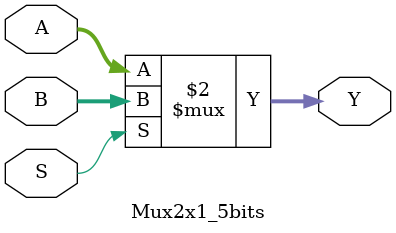
<source format=v>
module Mux2x1_5bits(input [4:0]A,input [4:0] B,input S, output [4:0]Y);
   assign Y = (S==0) ? A:B;
endmodule
</source>
